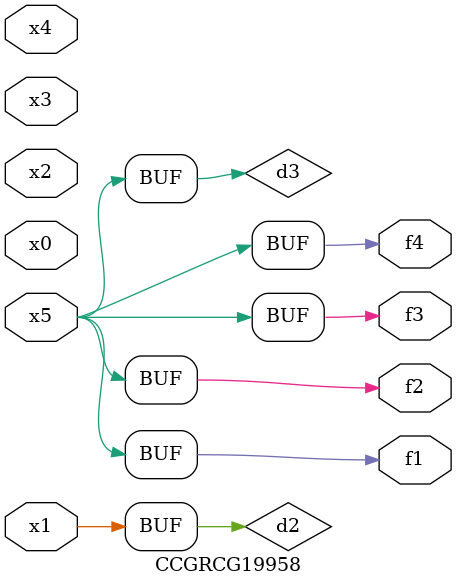
<source format=v>
module CCGRCG19958(
	input x0, x1, x2, x3, x4, x5,
	output f1, f2, f3, f4
);

	wire d1, d2, d3;

	not (d1, x5);
	or (d2, x1);
	xnor (d3, d1);
	assign f1 = d3;
	assign f2 = d3;
	assign f3 = d3;
	assign f4 = d3;
endmodule

</source>
